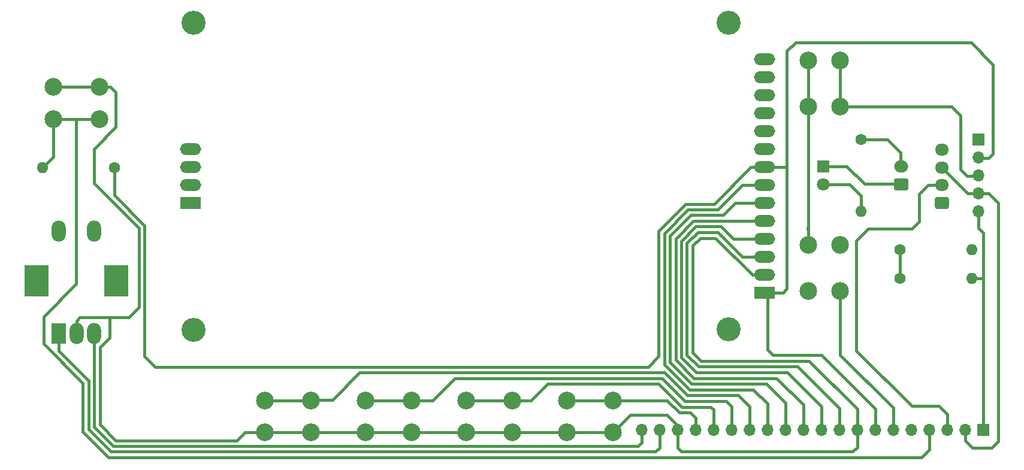
<source format=gbr>
%TF.GenerationSoftware,KiCad,Pcbnew,9.0.4*%
%TF.CreationDate,2025-12-09T23:50:13+01:00*%
%TF.ProjectId,Front Pannel,46726f6e-7420-4506-916e-6e656c2e6b69,rev?*%
%TF.SameCoordinates,Original*%
%TF.FileFunction,Copper,L2,Bot*%
%TF.FilePolarity,Positive*%
%FSLAX46Y46*%
G04 Gerber Fmt 4.6, Leading zero omitted, Abs format (unit mm)*
G04 Created by KiCad (PCBNEW 9.0.4) date 2025-12-09 23:50:13*
%MOMM*%
%LPD*%
G01*
G04 APERTURE LIST*
G04 Aperture macros list*
%AMRoundRect*
0 Rectangle with rounded corners*
0 $1 Rounding radius*
0 $2 $3 $4 $5 $6 $7 $8 $9 X,Y pos of 4 corners*
0 Add a 4 corners polygon primitive as box body*
4,1,4,$2,$3,$4,$5,$6,$7,$8,$9,$2,$3,0*
0 Add four circle primitives for the rounded corners*
1,1,$1+$1,$2,$3*
1,1,$1+$1,$4,$5*
1,1,$1+$1,$6,$7*
1,1,$1+$1,$8,$9*
0 Add four rect primitives between the rounded corners*
20,1,$1+$1,$2,$3,$4,$5,0*
20,1,$1+$1,$4,$5,$6,$7,0*
20,1,$1+$1,$6,$7,$8,$9,0*
20,1,$1+$1,$8,$9,$2,$3,0*%
G04 Aperture macros list end*
%TA.AperFunction,ComponentPad*%
%ADD10C,1.600000*%
%TD*%
%TA.AperFunction,ComponentPad*%
%ADD11O,1.600000X1.600000*%
%TD*%
%TA.AperFunction,ComponentPad*%
%ADD12R,1.800000X1.800000*%
%TD*%
%TA.AperFunction,ComponentPad*%
%ADD13C,1.800000*%
%TD*%
%TA.AperFunction,ComponentPad*%
%ADD14C,2.500000*%
%TD*%
%TA.AperFunction,ComponentPad*%
%ADD15R,1.700000X1.700000*%
%TD*%
%TA.AperFunction,ComponentPad*%
%ADD16O,1.700000X1.700000*%
%TD*%
%TA.AperFunction,ComponentPad*%
%ADD17R,2.000000X3.000000*%
%TD*%
%TA.AperFunction,ComponentPad*%
%ADD18O,2.000000X3.000000*%
%TD*%
%TA.AperFunction,ComponentPad*%
%ADD19R,3.500000X4.500000*%
%TD*%
%TA.AperFunction,ComponentPad*%
%ADD20C,3.400000*%
%TD*%
%TA.AperFunction,ComponentPad*%
%ADD21R,3.000000X1.700000*%
%TD*%
%TA.AperFunction,ComponentPad*%
%ADD22O,3.000000X1.700000*%
%TD*%
%TA.AperFunction,ComponentPad*%
%ADD23RoundRect,0.250000X0.750000X-0.600000X0.750000X0.600000X-0.750000X0.600000X-0.750000X-0.600000X0*%
%TD*%
%TA.AperFunction,ComponentPad*%
%ADD24O,2.000000X1.700000*%
%TD*%
%TA.AperFunction,ComponentPad*%
%ADD25RoundRect,0.250000X0.725000X-0.600000X0.725000X0.600000X-0.725000X0.600000X-0.725000X-0.600000X0*%
%TD*%
%TA.AperFunction,ComponentPad*%
%ADD26O,1.950000X1.700000*%
%TD*%
%TA.AperFunction,ViaPad*%
%ADD27C,0.600000*%
%TD*%
%TA.AperFunction,Conductor*%
%ADD28C,0.400000*%
%TD*%
G04 APERTURE END LIST*
D10*
%TO.P,R3,1*%
%TO.N,+3.3V*%
X193294000Y-100620800D03*
D11*
%TO.P,R3,2*%
%TO.N,CLK*%
X203454000Y-100620800D03*
%TD*%
D12*
%TO.P,D1,1,K*%
%TO.N,Net-(D1-K)*%
X182442000Y-84759800D03*
D13*
%TO.P,D1,2,A*%
%TO.N,Net-(D1-A)*%
X182442000Y-87299800D03*
%TD*%
D14*
%TO.P,SW7,1,1*%
%TO.N,GND*%
X180319000Y-76325800D03*
X180319000Y-69825800D03*
%TO.P,SW7,2,2*%
%TO.N,SW_STEP*%
X184819000Y-76325800D03*
X184819000Y-69825800D03*
%TD*%
%TO.P,SW4,1,1*%
%TO.N,GND*%
X138482400Y-122399000D03*
X131982400Y-122399000D03*
%TO.P,SW4,2,2*%
%TO.N,SW_AGC*%
X138482400Y-117899000D03*
X131982400Y-117899000D03*
%TD*%
D10*
%TO.P,R2,1*%
%TO.N,+3.3V*%
X193294000Y-96570800D03*
D11*
%TO.P,R2,2*%
%TO.N,DT*%
X203454000Y-96570800D03*
%TD*%
D14*
%TO.P,SW3,1,1*%
%TO.N,GND*%
X124258400Y-122399000D03*
X117758400Y-122399000D03*
%TO.P,SW3,2,2*%
%TO.N,SW_MODE*%
X124258400Y-117899000D03*
X117758400Y-117899000D03*
%TD*%
D10*
%TO.P,R1,1*%
%TO.N,Net-(J1-Pin_2)*%
X187801400Y-80949800D03*
D11*
%TO.P,R1,2*%
%TO.N,Net-(D1-A)*%
X187801400Y-91109800D03*
%TD*%
D15*
%TO.P,J3,1,Pin_1*%
%TO.N,GND*%
X204388000Y-81006000D03*
D16*
%TO.P,J3,2,Pin_2*%
%TO.N,+3.3V*%
X204388000Y-83546000D03*
%TO.P,J3,3,Pin_3*%
%TO.N,SW_STEP*%
X204388000Y-86086000D03*
%TO.P,J3,4,Pin_4*%
%TO.N,DT*%
X204388000Y-88626000D03*
%TO.P,J3,5,Pin_5*%
%TO.N,CLK*%
X204388000Y-91166000D03*
%TD*%
D10*
%TO.P,R4,1*%
%TO.N,+3.3V*%
X82245200Y-84988400D03*
D11*
%TO.P,R4,2*%
%TO.N,SW_RTTY_CW*%
X72085200Y-84988400D03*
%TD*%
D17*
%TO.P,SW1,A,A*%
%TO.N,CLK-2*%
X74390400Y-108432600D03*
D18*
%TO.P,SW1,B,B*%
%TO.N,DT-2*%
X79390400Y-108432600D03*
%TO.P,SW1,C,C*%
%TO.N,GND*%
X76890400Y-108432600D03*
D19*
X71290400Y-100932600D03*
X82490400Y-100932600D03*
D18*
%TO.P,SW1,S1,S1*%
%TO.N,unconnected-(SW1-PadS1)*%
X74390400Y-93932600D03*
%TO.P,SW1,S2,S2*%
%TO.N,unconnected-(SW1-PadS2)*%
X79390400Y-93932600D03*
%TD*%
D14*
%TO.P,SW2,1,1*%
%TO.N,GND*%
X110034400Y-122363000D03*
X103534400Y-122363000D03*
%TO.P,SW2,2,2*%
%TO.N,SW_BAND*%
X110034400Y-117863000D03*
X103534400Y-117863000D03*
%TD*%
%TO.P,SW5,1,1*%
%TO.N,GND*%
X152706400Y-122363000D03*
X146206400Y-122363000D03*
%TO.P,SW5,2,2*%
%TO.N,SW_ATT*%
X152706400Y-117863000D03*
X146206400Y-117863000D03*
%TD*%
D20*
%TO.P,U1,*%
%TO.N,*%
X93462200Y-64482200D03*
X93462200Y-107882200D03*
X169062200Y-64482200D03*
X169062200Y-107782200D03*
D21*
%TO.P,U1,1,VCC*%
%TO.N,+3.3V*%
X174162200Y-102652200D03*
D22*
%TO.P,U1,2,GND*%
%TO.N,GND*%
X174162200Y-100112200D03*
%TO.P,U1,3,~{CS}*%
%TO.N,CS*%
X174162200Y-97572200D03*
%TO.P,U1,4,RESET*%
%TO.N,RST*%
X174162200Y-95032200D03*
%TO.P,U1,5,D/~{C}*%
%TO.N,D{slash}C*%
X174162200Y-92492200D03*
%TO.P,U1,6,MOSI*%
%TO.N,MOSI*%
X174162200Y-89952200D03*
%TO.P,U1,7,SCK*%
%TO.N,SCK*%
X174162200Y-87412200D03*
%TO.P,U1,8,LED*%
%TO.N,+3.3V*%
X174162200Y-84872200D03*
%TO.P,U1,9,MISO*%
%TO.N,unconnected-(U1-MISO-Pad9)*%
X174162200Y-82332200D03*
%TO.P,U1,10,T_CLK*%
%TO.N,unconnected-(U1-T_CLK-Pad10)*%
X174162200Y-79792200D03*
%TO.P,U1,11,T_CS*%
%TO.N,unconnected-(U1-T_CS-Pad11)*%
X174162200Y-77252200D03*
%TO.P,U1,12,T_DIN*%
%TO.N,unconnected-(U1-T_DIN-Pad12)*%
X174162200Y-74712200D03*
%TO.P,U1,13,T_OUT*%
%TO.N,unconnected-(U1-T_OUT-Pad13)*%
X174162200Y-72172200D03*
%TO.P,U1,14,T_IRQ*%
%TO.N,unconnected-(U1-T_IRQ-Pad14)*%
X174162200Y-69632200D03*
D21*
%TO.P,U1,15,SD_CS*%
%TO.N,unconnected-(U1-SD_CS-Pad15)*%
X93012200Y-89932200D03*
D22*
%TO.P,U1,16,SD_MOSI*%
%TO.N,unconnected-(U1-SD_MOSI-Pad16)*%
X93012200Y-87392200D03*
%TO.P,U1,17,SD_MISO*%
%TO.N,unconnected-(U1-SD_MISO-Pad17)*%
X93012200Y-84852200D03*
%TO.P,U1,18,SD_SCK*%
%TO.N,unconnected-(U1-SD_SCK-Pad18)*%
X93012200Y-82312200D03*
%TD*%
D14*
%TO.P,SW6,1,1*%
%TO.N,GND*%
X180319000Y-102386200D03*
X180319000Y-95886200D03*
%TO.P,SW6,2,2*%
%TO.N,SW_SCAN*%
X184819000Y-102386200D03*
X184819000Y-95886200D03*
%TD*%
%TO.P,SW8,1,1*%
%TO.N,GND*%
X73640400Y-73574800D03*
X80140400Y-73574800D03*
%TO.P,SW8,2,2*%
%TO.N,SW_RTTY_CW*%
X73640400Y-78074800D03*
X80140400Y-78074800D03*
%TD*%
D23*
%TO.P,J1,1,Pin_1*%
%TO.N,Net-(D1-K)*%
X193395600Y-87325200D03*
D24*
%TO.P,J1,2,Pin_2*%
%TO.N,Net-(J1-Pin_2)*%
X193395600Y-84825200D03*
%TD*%
D15*
%TO.P,J4,1,Pin_1*%
%TO.N,CLK*%
X205022600Y-122047000D03*
D16*
%TO.P,J4,2,Pin_2*%
%TO.N,DT*%
X202482600Y-122047000D03*
%TO.P,J4,3,Pin_3*%
%TO.N,+9V*%
X199942600Y-122047000D03*
%TO.P,J4,4,Pin_4*%
%TO.N,SW_RTTY_CW*%
X197402600Y-122047000D03*
%TO.P,J4,5,Pin_5*%
%TO.N,SW_STEP*%
X194862600Y-122047000D03*
%TO.P,J4,6,Pin_6*%
%TO.N,SW_SCAN*%
X192322600Y-122047000D03*
%TO.P,J4,7,Pin_7*%
%TO.N,+3.3V*%
X189782600Y-122047000D03*
%TO.P,J4,8,Pin_8*%
%TO.N,GND*%
X187242600Y-122047000D03*
%TO.P,J4,9,Pin_9*%
%TO.N,CS*%
X184702600Y-122047000D03*
%TO.P,J4,10,Pin_10*%
%TO.N,RST*%
X182162600Y-122047000D03*
%TO.P,J4,11,Pin_11*%
%TO.N,D{slash}C*%
X179622600Y-122047000D03*
%TO.P,J4,12,Pin_12*%
%TO.N,MOSI*%
X177082600Y-122047000D03*
%TO.P,J4,13,Pin_13*%
%TO.N,SCK*%
X174542600Y-122047000D03*
%TO.P,J4,14,Pin_14*%
%TO.N,SW_BAND*%
X172002600Y-122047000D03*
%TO.P,J4,15,Pin_15*%
%TO.N,SW_MODE*%
X169462600Y-122047000D03*
%TO.P,J4,16,Pin_16*%
%TO.N,SW_AGC*%
X166922600Y-122047000D03*
%TO.P,J4,17,Pin_17*%
%TO.N,SW_ATT*%
X164382600Y-122047000D03*
%TO.P,J4,18,Pin_18*%
%TO.N,GND*%
X161842600Y-122047000D03*
%TO.P,J4,19,Pin_19*%
%TO.N,CLK-2*%
X159302600Y-122047000D03*
%TO.P,J4,20,Pin_20*%
%TO.N,DT-2*%
X156762600Y-122047000D03*
%TD*%
D25*
%TO.P,J2,1,Pin_1*%
%TO.N,GND*%
X199180600Y-89941400D03*
D26*
%TO.P,J2,2,Pin_2*%
%TO.N,+9V*%
X199180600Y-87441400D03*
%TO.P,J2,3,Pin_3*%
%TO.N,DT*%
X199180600Y-84941400D03*
%TO.P,J2,4,Pin_4*%
%TO.N,CLK*%
X199180600Y-82441400D03*
%TD*%
D27*
%TO.N,GND*%
X180319000Y-93599000D03*
%TD*%
D28*
%TO.N,MOSI*%
X177060200Y-118232600D02*
X174372200Y-115544600D01*
X160758200Y-94581400D02*
X163620200Y-91719400D01*
X163741200Y-91693200D02*
X168269200Y-91693200D01*
X177068200Y-122062700D02*
X177060200Y-122070600D01*
X177082600Y-122048300D02*
X177082600Y-122047000D01*
X174146600Y-89967800D02*
X174162200Y-89952200D01*
X172264200Y-89967800D02*
X174146600Y-89967800D01*
X169995200Y-89967800D02*
X172264200Y-89967800D01*
X177060200Y-122144600D02*
X177060200Y-122070600D01*
X168269200Y-91693200D02*
X169995200Y-89967800D01*
X177068200Y-122062700D02*
X177082600Y-122048300D01*
X177060200Y-122070600D02*
X177060200Y-118232600D01*
X177077200Y-122161600D02*
X177060200Y-122144600D01*
X172264200Y-89967800D02*
X174533200Y-89967800D01*
X163714200Y-91719400D02*
X163741200Y-91693200D01*
X163839200Y-115544600D02*
X160758200Y-112464200D01*
X174372200Y-115544600D02*
X163839200Y-115544600D01*
X160758200Y-112464200D02*
X160758200Y-94581400D01*
X163620200Y-91719400D02*
X163714200Y-91719400D01*
X177076200Y-122054800D02*
X177068200Y-122062700D01*
%TO.N,GND*%
X161836200Y-121457600D02*
X161836200Y-124594600D01*
X146206200Y-122362600D02*
X152706200Y-122362600D01*
X180319000Y-76325800D02*
X180319200Y-76325800D01*
X152706200Y-122362600D02*
X155156200Y-119913400D01*
X117758400Y-122398600D02*
X124258200Y-122398600D01*
X117758400Y-122399000D02*
X117758400Y-122398600D01*
X99550000Y-123532000D02*
X82434800Y-123532000D01*
X155156200Y-119913400D02*
X160292200Y-119913400D01*
X110034400Y-122363000D02*
X110034400Y-122362600D01*
X199186000Y-89936000D02*
X199180600Y-89941400D01*
X125189200Y-122362600D02*
X131982200Y-122362600D01*
X131982400Y-122381000D02*
X131982400Y-122399000D01*
X103534800Y-122362600D02*
X103534400Y-122363000D01*
X138482200Y-122362600D02*
X146206200Y-122362600D01*
X124258200Y-122398600D02*
X124258200Y-122399000D01*
X131982200Y-122380800D02*
X131982400Y-122381000D01*
X103534400Y-122363000D02*
X100719000Y-122363000D01*
X131982200Y-122399000D02*
X131982200Y-122380800D01*
X187237200Y-122161600D02*
X187237200Y-120637600D01*
X152706200Y-121826600D02*
X152706200Y-122362600D01*
X174541800Y-100112200D02*
X174545200Y-100115600D01*
X161836200Y-124594600D02*
X162362000Y-125120400D01*
X77387600Y-106121200D02*
X76893000Y-106615800D01*
X180319200Y-73075800D02*
X180319200Y-76325800D01*
X172404000Y-100115600D02*
X174545200Y-100115600D01*
X82448400Y-79197200D02*
X79349600Y-82296000D01*
X138482200Y-122399000D02*
X138482200Y-122362600D01*
X110034400Y-122362600D02*
X117722400Y-122362600D01*
X81702800Y-73574800D02*
X82448400Y-74320400D01*
X85699600Y-104698800D02*
X84277200Y-106121200D01*
X180429200Y-112305200D02*
X165131200Y-112305200D01*
X124258400Y-122399000D02*
X124258200Y-122399000D01*
X100719000Y-122363000D02*
X99550000Y-123532000D01*
X131982200Y-122362600D02*
X138482200Y-122362600D01*
X187237200Y-120637600D02*
X187237200Y-119113600D01*
X174545200Y-100115600D02*
X174545200Y-100116000D01*
X162362000Y-125120400D02*
X186609400Y-125120400D01*
X152706400Y-122363000D02*
X152706200Y-122363000D01*
X187237200Y-119113600D02*
X180429200Y-112305200D01*
X110034400Y-122362600D02*
X103534800Y-122362600D01*
X186609400Y-125120400D02*
X187236200Y-124493600D01*
X187237200Y-120637600D02*
X187236200Y-120638600D01*
X85699600Y-93472000D02*
X85699600Y-104698800D01*
X187236200Y-122053400D02*
X187236200Y-122054800D01*
X167208200Y-94919800D02*
X172404000Y-100115600D01*
X73640400Y-73574800D02*
X80140400Y-73574800D01*
X117722400Y-122362600D02*
X117758400Y-122398600D01*
X160292200Y-119913400D02*
X161836200Y-121457600D01*
X131982200Y-122380800D02*
X131982200Y-122362600D01*
X153243200Y-122364600D02*
X152706200Y-121826600D01*
X125153200Y-122398600D02*
X125189200Y-122362600D01*
X146206200Y-122362600D02*
X146206200Y-122363000D01*
X163962200Y-111137100D02*
X163962200Y-96002600D01*
X81584800Y-109002356D02*
X81584800Y-106172000D01*
X80195200Y-121292400D02*
X80195200Y-110391956D01*
X165131200Y-112305200D02*
X163962200Y-111137100D01*
X80140400Y-73574800D02*
X81702800Y-73574800D01*
X79349600Y-87122000D02*
X85699600Y-93472000D01*
X187236200Y-124493600D02*
X187236200Y-122054800D01*
X84277200Y-106121200D02*
X77387600Y-106121200D01*
X76893000Y-106615800D02*
X76893000Y-108465000D01*
X187236200Y-120638600D02*
X187236200Y-122054800D01*
X180319000Y-93599000D02*
X180319000Y-95886200D01*
X180319000Y-76325800D02*
X180319000Y-93599000D01*
X124258200Y-122398600D02*
X125153200Y-122398600D01*
X199225200Y-89936000D02*
X199186000Y-89936000D01*
X79349600Y-82296000D02*
X79349600Y-87122000D01*
X163962200Y-96002600D02*
X165045200Y-94919800D01*
X180319200Y-73075800D02*
X180319000Y-73075600D01*
X180319200Y-69825800D02*
X180319200Y-73075800D01*
X82448400Y-74320400D02*
X82448400Y-79197200D01*
X152706200Y-122363000D02*
X152706200Y-122362600D01*
X80195200Y-110391956D02*
X81584800Y-109002356D01*
X82434800Y-123532000D02*
X80195200Y-121292400D01*
X146206400Y-122363000D02*
X146206200Y-122363000D01*
X187242600Y-122047000D02*
X187236200Y-122053400D01*
X180319000Y-73075600D02*
X180319000Y-69825800D01*
X165045200Y-94919800D02*
X167208200Y-94919800D01*
X174162200Y-100112200D02*
X174541800Y-100112200D01*
%TO.N,SW_BAND*%
X172002200Y-122047400D02*
X172002200Y-122048600D01*
X171980200Y-122144600D02*
X171980200Y-122070600D01*
X171980200Y-122070600D02*
X172002200Y-122048600D01*
X110034400Y-117862600D02*
X110034400Y-117863000D01*
X110470600Y-117779800D02*
X110034400Y-117343600D01*
X163178200Y-117170200D02*
X159951200Y-113942600D01*
X172002200Y-118728300D02*
X170444200Y-117170200D01*
X116919800Y-113942600D02*
X113082600Y-117779800D01*
X172002600Y-122047000D02*
X172002200Y-122047400D01*
X110034400Y-117343600D02*
X110034400Y-117603100D01*
X171996200Y-122054800D02*
X171980200Y-122070600D01*
X110034400Y-117862600D02*
X103534800Y-117862600D01*
X110034400Y-117603100D02*
X110034400Y-117862600D01*
X113082600Y-117779800D02*
X110470600Y-117779800D01*
X171997200Y-122161600D02*
X171980200Y-122144600D01*
X110034400Y-117603100D02*
X110034400Y-117862600D01*
X103534800Y-117862600D02*
X103534400Y-117863000D01*
X170444200Y-117170200D02*
X163178200Y-117170200D01*
X172002200Y-122048600D02*
X172002200Y-118728300D01*
X159951200Y-113942600D02*
X116919800Y-113942600D01*
X103534800Y-117862600D02*
X103534400Y-117862600D01*
%TO.N,D{slash}C*%
X171083200Y-92494200D02*
X164072200Y-92494200D01*
X172814700Y-92496000D02*
X171084200Y-92496000D01*
X179622600Y-122047000D02*
X179600200Y-122069400D01*
X179600200Y-122069400D02*
X179600200Y-122144600D01*
X179600200Y-120315600D02*
X179616200Y-120331400D01*
X174158400Y-92496000D02*
X174162200Y-92492200D01*
X179600200Y-122144600D02*
X179617200Y-122161600D01*
X161559200Y-112132400D02*
X164159200Y-114731800D01*
X164159200Y-114731800D02*
X175846200Y-114731800D01*
X179616200Y-120331400D02*
X179616200Y-122054800D01*
X174545200Y-92496000D02*
X172814700Y-92496000D01*
X161559200Y-95007200D02*
X161559200Y-112132400D01*
X164072200Y-92494200D02*
X161559200Y-95007200D01*
X179600200Y-118486600D02*
X179600200Y-120315600D01*
X171084200Y-92496000D02*
X171083200Y-92494200D01*
X179600200Y-120315600D02*
X179600200Y-122144600D01*
X172814700Y-92496000D02*
X174158400Y-92496000D01*
X175846200Y-114731800D02*
X179600200Y-118486600D01*
%TO.N,SW_AGC*%
X166900200Y-119197600D02*
X166900200Y-122144600D01*
X131982200Y-117898600D02*
X135232200Y-117898600D01*
X141106200Y-117898600D02*
X143460200Y-115544600D01*
X166916200Y-122053400D02*
X166916200Y-122054800D01*
X138482200Y-117898600D02*
X139207300Y-117898600D01*
X143460200Y-115544600D02*
X159150200Y-115544600D01*
X139207300Y-117898600D02*
X138482800Y-117898600D01*
X135232200Y-117898600D02*
X138482200Y-117898600D01*
X138482800Y-117898600D02*
X138482400Y-117899000D01*
X138482200Y-117898600D02*
X138482200Y-117899000D01*
X166922600Y-122047000D02*
X166916200Y-122053400D01*
X166900200Y-122144600D02*
X166917200Y-122161600D01*
X131982800Y-117898600D02*
X131982400Y-117899000D01*
X159150200Y-115544600D02*
X162414200Y-118808600D01*
X135232200Y-117898600D02*
X131982800Y-117898600D01*
X162414200Y-118808600D02*
X166511200Y-118808600D01*
X166900200Y-122070600D02*
X166900200Y-122144600D01*
X166916200Y-122054800D02*
X166900200Y-122070600D01*
X131982200Y-117899000D02*
X131982200Y-117898600D01*
X166511200Y-118808600D02*
X166900200Y-119197600D01*
X139207300Y-117898600D02*
X141106200Y-117898600D01*
%TO.N,SCK*%
X174520200Y-118334600D02*
X172543200Y-116357400D01*
X159957200Y-94249600D02*
X163289200Y-90918400D01*
X163383200Y-90918400D02*
X163409200Y-90892200D01*
X163289200Y-90918400D02*
X163383200Y-90918400D01*
X174520200Y-122069400D02*
X174520200Y-122144600D01*
X174520200Y-122144600D02*
X174520200Y-120239600D01*
X163409200Y-90892200D02*
X167546200Y-90892200D01*
X174520200Y-120239600D02*
X174536200Y-120255400D01*
X174158400Y-87416000D02*
X174162200Y-87412200D01*
X173503700Y-87416000D02*
X174545200Y-87416000D01*
X174537200Y-122161600D02*
X174520200Y-122144600D01*
X173503700Y-87416000D02*
X174158400Y-87416000D01*
X159957200Y-112796000D02*
X159957200Y-94249600D01*
X163519200Y-116357400D02*
X159957200Y-112796000D01*
X171023200Y-87416000D02*
X173503700Y-87416000D01*
X167546200Y-90892200D02*
X171023200Y-87416000D01*
X174542600Y-122047000D02*
X174520200Y-122069400D01*
X174536200Y-120255400D02*
X174536200Y-122054800D01*
X174520200Y-120239600D02*
X174520200Y-118334600D01*
X172543200Y-116357400D02*
X163519200Y-116357400D01*
%TO.N,SW_STEP*%
X184819200Y-69825800D02*
X184819200Y-76325800D01*
X184819000Y-76325800D02*
X200582600Y-76325800D01*
X184819000Y-69825800D02*
X184819200Y-69825800D01*
X202712000Y-86136800D02*
X204337200Y-86136800D01*
X184819000Y-76325800D02*
X184819200Y-76325800D01*
X201828400Y-85242400D02*
X202717400Y-86131400D01*
X201828400Y-77571600D02*
X201828400Y-85242400D01*
X202717400Y-86131400D02*
X202712000Y-86136800D01*
X200582600Y-76325800D02*
X201828400Y-77571600D01*
%TO.N,SW_SCAN*%
X184819000Y-111444600D02*
X192322600Y-118948200D01*
X184819000Y-95886200D02*
X184819200Y-95886200D01*
X184819000Y-102386200D02*
X184819000Y-111444600D01*
X192322600Y-118948200D02*
X192322600Y-122047000D01*
X184819000Y-102386200D02*
X184819200Y-102386200D01*
%TO.N,SW_MODE*%
X117758800Y-117898600D02*
X117758400Y-117899000D01*
X124258400Y-117899000D02*
X124258200Y-117899000D01*
X168683200Y-117983000D02*
X162858200Y-117983000D01*
X130342200Y-114743600D02*
X127205200Y-117881400D01*
X169462600Y-122047000D02*
X169456200Y-122053400D01*
X169456200Y-122053400D02*
X169456200Y-122054800D01*
X127205200Y-117881400D02*
X124275200Y-117881400D01*
X169440200Y-122144600D02*
X169440200Y-122070600D01*
X124275200Y-117881400D02*
X124258200Y-117898600D01*
X169440200Y-122070600D02*
X169440200Y-118740600D01*
X117758800Y-117898600D02*
X117758400Y-117898600D01*
X124258200Y-117898600D02*
X117758800Y-117898600D01*
X124258200Y-117898600D02*
X124258200Y-117899000D01*
X169440200Y-118740600D02*
X168683200Y-117983000D01*
X159619200Y-114743600D02*
X130342200Y-114743600D01*
X169456200Y-122054800D02*
X169440200Y-122070600D01*
X162858200Y-117983000D02*
X159619200Y-114743600D01*
X169457200Y-122161600D02*
X169440200Y-122144600D01*
%TO.N,SW_ATT*%
X152706200Y-117862600D02*
X152706200Y-117863000D01*
X164376200Y-122054800D02*
X164368200Y-122062700D01*
X164377200Y-122161600D02*
X164360200Y-122144600D01*
X163654200Y-119609600D02*
X162082200Y-119609600D01*
X152706400Y-117863000D02*
X152706200Y-117863000D01*
X146206200Y-117862600D02*
X152706200Y-117862600D01*
X160335200Y-117862600D02*
X152706200Y-117862600D01*
X162082200Y-119609600D02*
X160335200Y-117862600D01*
X164382600Y-122048300D02*
X164382600Y-122047000D01*
X164368200Y-122062700D02*
X164360200Y-122070600D01*
X164360200Y-120315600D02*
X163654200Y-119609600D01*
X164360200Y-122144600D02*
X164360200Y-122070600D01*
X146206400Y-117863000D02*
X146206200Y-117863000D01*
X164368200Y-122062700D02*
X164382600Y-122048300D01*
X146206200Y-117863000D02*
X146206200Y-117862600D01*
X164360200Y-122070600D02*
X164360200Y-120315600D01*
%TO.N,CS*%
X171016200Y-97575600D02*
X167559200Y-94118800D01*
X173503700Y-97575600D02*
X171016200Y-97575600D01*
X184680200Y-118994600D02*
X184680200Y-122070600D01*
X174545200Y-97575600D02*
X173503700Y-97575600D01*
X174158800Y-97575600D02*
X174162200Y-97572200D01*
X184696200Y-122054800D02*
X184680200Y-122070600D01*
X184702600Y-122047000D02*
X184696200Y-122053400D01*
X184696200Y-122053400D02*
X184696200Y-122054800D01*
X184680200Y-122144600D02*
X184697200Y-122161600D01*
X164799200Y-113106200D02*
X178792200Y-113106200D01*
X178792200Y-113106200D02*
X184680200Y-118994600D01*
X164736200Y-94096200D02*
X163161200Y-95670800D01*
X174545200Y-97576000D02*
X174545200Y-97575600D01*
X167536200Y-94096200D02*
X164736200Y-94096200D01*
X184680200Y-122070600D02*
X184680200Y-122144600D01*
X167559200Y-94118800D02*
X167536200Y-94096200D01*
X163161200Y-95670800D02*
X163161200Y-111468900D01*
X163161200Y-111468900D02*
X164799200Y-113106200D01*
X173503700Y-97575600D02*
X174158800Y-97575600D01*
%TO.N,RST*%
X172137200Y-95035100D02*
X174159300Y-95035100D01*
X174545200Y-95035900D02*
X174545200Y-95036000D01*
X177348200Y-113930800D02*
X182140200Y-118723000D01*
X167990200Y-93295200D02*
X164404200Y-93295200D01*
X182156200Y-122053400D02*
X182156200Y-122054800D01*
X162360200Y-111800600D02*
X164491200Y-113930800D01*
X182140200Y-122144600D02*
X182157200Y-122161600D01*
X174544200Y-95035100D02*
X174545200Y-95035900D01*
X182140200Y-118723000D02*
X182140200Y-122070600D01*
X174545200Y-95036000D02*
X174544200Y-95035100D01*
X182140200Y-122070600D02*
X182140200Y-122144600D01*
X169730200Y-95035100D02*
X167990200Y-93295200D01*
X164404200Y-93295200D02*
X162360200Y-95339000D01*
X164491200Y-113930800D02*
X177348200Y-113930800D01*
X172137200Y-95035100D02*
X169730200Y-95035100D01*
X182162600Y-122047000D02*
X182156200Y-122053400D01*
X172137200Y-95035100D02*
X174544200Y-95035100D01*
X182156200Y-122054800D02*
X182140200Y-122070600D01*
X174159300Y-95035100D02*
X174162200Y-95032200D01*
X162360200Y-95339000D02*
X162360200Y-111800600D01*
%TO.N,+3.3V*%
X162957471Y-90117400D02*
X162957415Y-90117400D01*
X189782600Y-122049400D02*
X189782600Y-122047000D01*
X206425800Y-82981800D02*
X205810800Y-83596800D01*
X159156239Y-93917776D02*
X159156200Y-93917815D01*
X189777200Y-119100600D02*
X189777200Y-122054800D01*
X189777200Y-119044800D02*
X189777200Y-119100600D01*
X174543200Y-84874200D02*
X174544200Y-84875100D01*
X174545200Y-84875900D02*
X174545200Y-84876000D01*
X174544200Y-84875100D02*
X174545200Y-84875900D01*
X176713200Y-102655600D02*
X177286200Y-102082600D01*
X159397458Y-93676557D02*
X159156239Y-93917718D01*
X159156200Y-111658600D02*
X157683200Y-113131600D01*
X174546200Y-102655600D02*
X174545700Y-102655800D01*
X175355200Y-111480600D02*
X182195200Y-111480600D01*
X88036400Y-113131600D02*
X86500600Y-111595800D01*
X174545700Y-102655800D02*
X174545200Y-102656000D01*
X182213200Y-111480600D02*
X189777200Y-119044800D01*
X174545200Y-102655600D02*
X174546200Y-102655600D01*
X178511200Y-67259200D02*
X203301600Y-67259200D01*
X174162200Y-84872200D02*
X174541200Y-84872200D01*
X162957415Y-90117400D02*
X162724559Y-90350256D01*
X189777200Y-122054800D02*
X189782600Y-122049400D01*
X174546200Y-102655600D02*
X176713200Y-102655600D01*
X174162200Y-84872200D02*
X172198600Y-84872200D01*
X193294000Y-96570800D02*
X193294000Y-100620800D01*
X166979600Y-90091200D02*
X163077415Y-90091200D01*
X174544200Y-84875100D02*
X174545200Y-84876000D01*
X162724559Y-90350256D02*
X159625470Y-93448600D01*
X86500600Y-93140214D02*
X82245200Y-88884814D01*
X174355500Y-102845800D02*
X174542200Y-103032600D01*
X159625470Y-93448600D02*
X159625415Y-93448600D01*
X159156200Y-94245304D02*
X159156160Y-94581289D01*
X82245200Y-88884814D02*
X82245200Y-84988400D01*
X189776200Y-122054800D02*
X189777200Y-122054800D01*
X174162200Y-102652200D02*
X174355500Y-102845800D01*
X157683200Y-113131600D02*
X88036400Y-113131600D01*
X159625415Y-93448600D02*
X159397458Y-93676557D01*
X203301600Y-67259200D02*
X206425800Y-70383400D01*
X174545500Y-102655800D02*
X174355500Y-102845800D01*
X177286200Y-85637200D02*
X177286200Y-68484200D01*
X177286200Y-102082600D02*
X177286200Y-85637200D01*
X86500600Y-111595800D02*
X86500600Y-93140214D01*
X174542200Y-103032600D02*
X174542200Y-110667800D01*
X159156200Y-93917815D02*
X159156200Y-94245304D01*
X159156160Y-94581289D02*
X159156200Y-94581329D01*
X159156200Y-94581329D02*
X159156200Y-111658600D01*
X174542200Y-110667800D02*
X175355200Y-111480600D01*
X177286200Y-84876000D02*
X174545200Y-84876000D01*
X206425800Y-70383400D02*
X206425800Y-82981800D01*
X182195200Y-111480600D02*
X182213200Y-111480600D01*
X162957511Y-90117360D02*
X162957471Y-90117400D01*
X174545700Y-102655800D02*
X174545500Y-102655800D01*
X172198600Y-84872200D02*
X166979600Y-90091200D01*
X205810800Y-83596800D02*
X204337200Y-83596800D01*
X182195200Y-111480600D02*
X182213200Y-111480600D01*
X189777200Y-122054800D02*
X189777200Y-122161600D01*
X174541200Y-84872200D02*
X174543200Y-84874200D01*
X163077415Y-90091200D02*
X163051244Y-90117371D01*
X163051244Y-90117371D02*
X162957511Y-90117360D01*
X177286200Y-68484200D02*
X178511200Y-67259200D01*
X159156239Y-93917718D02*
X159156239Y-93917776D01*
%TO.N,CLK*%
X203454000Y-100620800D02*
X205008200Y-100620800D01*
X205022200Y-94227400D02*
X205022200Y-100634800D01*
X204337200Y-91216800D02*
X204337200Y-93542400D01*
X205008200Y-100620800D02*
X205022200Y-100634800D01*
X205022200Y-100634800D02*
X205022200Y-122047000D01*
X199180600Y-82441400D02*
X199219800Y-82441400D01*
X204337200Y-93542400D02*
X205022200Y-94227400D01*
X205022200Y-122047000D02*
X205022600Y-122047000D01*
X199219800Y-82441400D02*
X199225200Y-82436000D01*
%TO.N,+9V*%
X195935600Y-88716000D02*
X197210200Y-87441400D01*
X188817400Y-93599000D02*
X194945000Y-93599000D01*
X199942600Y-119862600D02*
X198774200Y-118694200D01*
X187090200Y-110845600D02*
X187090200Y-95326200D01*
X195935600Y-92608400D02*
X195935600Y-88716000D01*
X199942600Y-122047000D02*
X199942600Y-119862600D01*
X198286700Y-87436000D02*
X199175200Y-87436000D01*
X199175200Y-87436000D02*
X199180600Y-87441400D01*
X194945000Y-93599000D02*
X195935600Y-92608400D01*
X197210200Y-87441400D02*
X199180600Y-87441400D01*
X187090200Y-95326200D02*
X188817400Y-93599000D01*
X198774200Y-118694200D02*
X194938800Y-118694200D01*
X194938800Y-118694200D02*
X187090200Y-110845600D01*
X198286700Y-87436000D02*
X198281300Y-87441400D01*
X199225200Y-87436000D02*
X198286700Y-87436000D01*
%TO.N,DT*%
X199180600Y-84941400D02*
X202865200Y-88626000D01*
X207162400Y-89966800D02*
X207162400Y-123647200D01*
X199225200Y-84936000D02*
X199186000Y-84936000D01*
X206197200Y-124612400D02*
X203504800Y-124612400D01*
X199186000Y-84936000D02*
X199180600Y-84941400D01*
X203504800Y-124612400D02*
X202482600Y-123590200D01*
X202482600Y-123590200D02*
X202482600Y-122047000D01*
X205821600Y-88626000D02*
X207162400Y-89966800D01*
X207162400Y-123647200D02*
X206197200Y-124612400D01*
X202865200Y-88626000D02*
X205821600Y-88626000D01*
%TO.N,DT-2*%
X79393000Y-108465000D02*
X79394200Y-108466200D01*
X156756200Y-123172100D02*
X156756200Y-122054800D01*
X156756200Y-122053400D02*
X156756200Y-122054800D01*
X156756200Y-123831000D02*
X156756200Y-123172100D01*
X156254200Y-124333000D02*
X156756200Y-123831000D01*
X79394200Y-108466200D02*
X79394200Y-121629428D01*
X82097772Y-124333000D02*
X156254200Y-124333000D01*
X156762600Y-122047000D02*
X156756200Y-122053400D01*
X79394200Y-121629428D02*
X82097772Y-124333000D01*
X156756200Y-123172100D02*
X156756200Y-122257600D01*
%TO.N,SW_RTTY_CW*%
X73640400Y-78074800D02*
X73640400Y-83433200D01*
X197402600Y-124847200D02*
X196314800Y-125935000D01*
X72237600Y-106038800D02*
X76879600Y-101396800D01*
X73640400Y-83433200D02*
X72085200Y-84988400D01*
X158399840Y-125935176D02*
X158399664Y-125935000D01*
X73640400Y-78074800D02*
X80140400Y-78074800D01*
X76879600Y-101396800D02*
X76879600Y-78125600D01*
X158399664Y-125935000D02*
X81434202Y-125935000D01*
X77792200Y-115435000D02*
X72237600Y-109880400D01*
X72237600Y-109880400D02*
X72237600Y-106038800D01*
X81434202Y-125935000D02*
X77792200Y-122292999D01*
X77792200Y-122292999D02*
X77792200Y-115435000D01*
X196314800Y-125935000D02*
X158731625Y-125935000D01*
X158731625Y-125935000D02*
X158399840Y-125935176D01*
X76879600Y-78125600D02*
X76930400Y-78074800D01*
X197402600Y-122047000D02*
X197402600Y-124847200D01*
%TO.N,CLK-2*%
X158731200Y-125134000D02*
X159296200Y-124568400D01*
X159296200Y-122803800D02*
X159296200Y-122054800D01*
X74393000Y-108465000D02*
X74365000Y-108493000D01*
X81765987Y-125134000D02*
X158731200Y-125134000D01*
X78593200Y-121961214D02*
X81765987Y-125134000D01*
X159296200Y-122803800D02*
X159296200Y-122257600D01*
X74365000Y-108493000D02*
X74365000Y-110875014D01*
X159302600Y-122797400D02*
X159302600Y-122047000D01*
X159296200Y-124568400D02*
X159296200Y-123553100D01*
X78593200Y-115103215D02*
X78593200Y-121961214D01*
X159296200Y-123553100D02*
X159296200Y-122803800D01*
X74365000Y-110875014D02*
X78593200Y-115103215D01*
X159296200Y-123553100D02*
X159296200Y-122803800D01*
X159296200Y-122803800D02*
X159302600Y-122797400D01*
%TO.N,Net-(D1-A)*%
X182442000Y-87299800D02*
X182442200Y-87299800D01*
X187801400Y-91109800D02*
X187801200Y-91109800D01*
X186125200Y-87299800D02*
X187801200Y-88976200D01*
X182442200Y-87299800D02*
X186125200Y-87299800D01*
X187801200Y-88976200D02*
X187801200Y-91109800D01*
%TO.N,Net-(D1-K)*%
X193364000Y-87279800D02*
X193364200Y-87279800D01*
X185769200Y-84759800D02*
X188289200Y-87279800D01*
X188289200Y-87279800D02*
X193364000Y-87279800D01*
X182442200Y-84759800D02*
X185769200Y-84759800D01*
X182442000Y-84759800D02*
X182442200Y-84759800D01*
%TO.N,Net-(J1-Pin_2)*%
X193364200Y-84779800D02*
X193364200Y-82804000D01*
X193364200Y-82804000D02*
X191510200Y-80949800D01*
X187801400Y-80949800D02*
X187801200Y-80949800D01*
X191510200Y-80949800D02*
X187801400Y-80949800D01*
X193364000Y-84779800D02*
X193364200Y-84779800D01*
%TD*%
M02*

</source>
